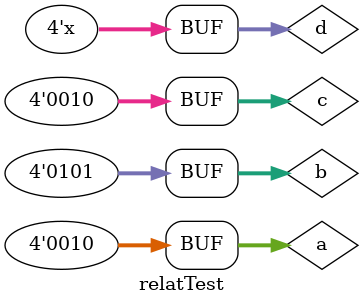
<source format=v>
module relatTest();
reg [3:0] a ;
reg [3:0] b;
reg [3:0] c;
reg [3:0] d;
initial begin
    a = 4'd2;
    b = 4'd5;
    c = 4'd2;
    d = 4'hx; // d => x (x is 4 bit)
    $display("a < b : ", a < b );
    $display("a > b : ", a > b);
    $display("a >= c : ", a >= c);
    $display("d <= a : ", d <= a);
end
endmodule

</source>
